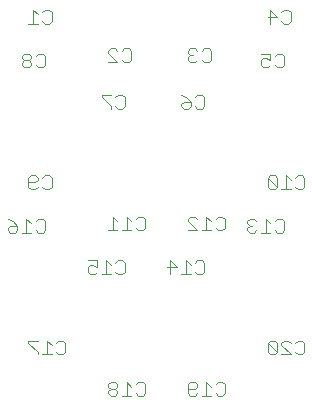
<source format=gbo>
G75*
%MOIN*%
%OFA0B0*%
%FSLAX25Y25*%
%IPPOS*%
%LPD*%
%AMOC8*
5,1,8,0,0,1.08239X$1,22.5*
%
%ADD10C,0.00400*%
D10*
X0080811Y0030185D02*
X0081578Y0029417D01*
X0083113Y0029417D01*
X0083880Y0030185D01*
X0083880Y0030952D01*
X0083113Y0031719D01*
X0081578Y0031719D01*
X0080811Y0030952D01*
X0080811Y0030185D01*
X0081578Y0031719D02*
X0080811Y0032487D01*
X0080811Y0033254D01*
X0081578Y0034021D01*
X0083113Y0034021D01*
X0083880Y0033254D01*
X0083880Y0032487D01*
X0083113Y0031719D01*
X0085415Y0029417D02*
X0088484Y0029417D01*
X0086950Y0029417D02*
X0086950Y0034021D01*
X0088484Y0032487D01*
X0090019Y0033254D02*
X0090786Y0034021D01*
X0092321Y0034021D01*
X0093088Y0033254D01*
X0093088Y0030185D01*
X0092321Y0029417D01*
X0090786Y0029417D01*
X0090019Y0030185D01*
X0107386Y0030185D02*
X0107386Y0033254D01*
X0108153Y0034021D01*
X0109688Y0034021D01*
X0110455Y0033254D01*
X0110455Y0032487D01*
X0109688Y0031719D01*
X0107386Y0031719D01*
X0107386Y0030185D02*
X0108153Y0029417D01*
X0109688Y0029417D01*
X0110455Y0030185D01*
X0111990Y0029417D02*
X0115059Y0029417D01*
X0113524Y0029417D02*
X0113524Y0034021D01*
X0115059Y0032487D01*
X0116594Y0033254D02*
X0117361Y0034021D01*
X0118896Y0034021D01*
X0119663Y0033254D01*
X0119663Y0030185D01*
X0118896Y0029417D01*
X0117361Y0029417D01*
X0116594Y0030185D01*
X0133961Y0043964D02*
X0134728Y0043197D01*
X0136263Y0043197D01*
X0137030Y0043964D01*
X0133961Y0047033D01*
X0133961Y0043964D01*
X0137030Y0043964D02*
X0137030Y0047033D01*
X0136263Y0047801D01*
X0134728Y0047801D01*
X0133961Y0047033D01*
X0138565Y0047033D02*
X0138565Y0046266D01*
X0141634Y0043197D01*
X0138565Y0043197D01*
X0143169Y0043964D02*
X0143936Y0043197D01*
X0145470Y0043197D01*
X0146238Y0043964D01*
X0146238Y0047033D01*
X0145470Y0047801D01*
X0143936Y0047801D01*
X0143169Y0047033D01*
X0141634Y0047033D02*
X0140867Y0047801D01*
X0139332Y0047801D01*
X0138565Y0047033D01*
X0112851Y0070744D02*
X0112084Y0069976D01*
X0110549Y0069976D01*
X0109782Y0070744D01*
X0108247Y0069976D02*
X0105178Y0069976D01*
X0106713Y0069976D02*
X0106713Y0074580D01*
X0108247Y0073046D01*
X0109782Y0073813D02*
X0110549Y0074580D01*
X0112084Y0074580D01*
X0112851Y0073813D01*
X0112851Y0070744D01*
X0103643Y0072278D02*
X0100574Y0072278D01*
X0101341Y0069976D02*
X0101341Y0074580D01*
X0103643Y0072278D01*
X0086276Y0070744D02*
X0085509Y0069976D01*
X0083974Y0069976D01*
X0083207Y0070744D01*
X0081672Y0069976D02*
X0078603Y0069976D01*
X0080138Y0069976D02*
X0080138Y0074580D01*
X0081672Y0073046D01*
X0083207Y0073813D02*
X0083974Y0074580D01*
X0085509Y0074580D01*
X0086276Y0073813D01*
X0086276Y0070744D01*
X0077069Y0070744D02*
X0076301Y0069976D01*
X0074767Y0069976D01*
X0073999Y0070744D01*
X0073999Y0072278D01*
X0074767Y0073046D01*
X0075534Y0073046D01*
X0077069Y0072278D01*
X0077069Y0074580D01*
X0073999Y0074580D01*
X0080795Y0084535D02*
X0083865Y0084535D01*
X0085399Y0084535D02*
X0088469Y0084535D01*
X0086934Y0084535D02*
X0086934Y0089139D01*
X0088469Y0087605D01*
X0090003Y0088372D02*
X0090770Y0089139D01*
X0092305Y0089139D01*
X0093072Y0088372D01*
X0093072Y0085303D01*
X0092305Y0084535D01*
X0090770Y0084535D01*
X0090003Y0085303D01*
X0083865Y0087605D02*
X0082330Y0089139D01*
X0082330Y0084535D01*
X0059702Y0084523D02*
X0058934Y0083756D01*
X0057400Y0083756D01*
X0056632Y0084523D01*
X0055098Y0083756D02*
X0052028Y0083756D01*
X0053563Y0083756D02*
X0053563Y0088360D01*
X0055098Y0086825D01*
X0056632Y0087593D02*
X0057400Y0088360D01*
X0058934Y0088360D01*
X0059702Y0087593D01*
X0059702Y0084523D01*
X0050494Y0084523D02*
X0049726Y0083756D01*
X0048192Y0083756D01*
X0047424Y0084523D01*
X0047424Y0085291D01*
X0048192Y0086058D01*
X0050494Y0086058D01*
X0050494Y0084523D01*
X0050494Y0086058D02*
X0048959Y0087593D01*
X0047424Y0088360D01*
X0055004Y0098315D02*
X0054236Y0099082D01*
X0054236Y0102152D01*
X0055004Y0102919D01*
X0056538Y0102919D01*
X0057306Y0102152D01*
X0057306Y0101384D01*
X0056538Y0100617D01*
X0054236Y0100617D01*
X0055004Y0098315D02*
X0056538Y0098315D01*
X0057306Y0099082D01*
X0058840Y0099082D02*
X0059607Y0098315D01*
X0061142Y0098315D01*
X0061909Y0099082D01*
X0061909Y0102152D01*
X0061142Y0102919D01*
X0059607Y0102919D01*
X0058840Y0102152D01*
X0081672Y0125094D02*
X0081672Y0125862D01*
X0078603Y0128931D01*
X0078603Y0129698D01*
X0081672Y0129698D01*
X0083207Y0128931D02*
X0083974Y0129698D01*
X0085509Y0129698D01*
X0086276Y0128931D01*
X0086276Y0125862D01*
X0085509Y0125094D01*
X0083974Y0125094D01*
X0083207Y0125862D01*
X0105178Y0125862D02*
X0105945Y0125094D01*
X0107480Y0125094D01*
X0108247Y0125862D01*
X0108247Y0127396D01*
X0105945Y0127396D01*
X0105178Y0126629D01*
X0105178Y0125862D01*
X0106713Y0128931D02*
X0108247Y0127396D01*
X0109782Y0125862D02*
X0110549Y0125094D01*
X0112084Y0125094D01*
X0112851Y0125862D01*
X0112851Y0128931D01*
X0112084Y0129698D01*
X0110549Y0129698D01*
X0109782Y0128931D01*
X0106713Y0128931D02*
X0105178Y0129698D01*
X0108153Y0140638D02*
X0107386Y0141405D01*
X0107386Y0142172D01*
X0108153Y0142940D01*
X0108920Y0142940D01*
X0108153Y0142940D02*
X0107386Y0143707D01*
X0107386Y0144474D01*
X0108153Y0145242D01*
X0109688Y0145242D01*
X0110455Y0144474D01*
X0111990Y0144474D02*
X0112757Y0145242D01*
X0114292Y0145242D01*
X0115059Y0144474D01*
X0115059Y0141405D01*
X0114292Y0140638D01*
X0112757Y0140638D01*
X0111990Y0141405D01*
X0110455Y0141405D02*
X0109688Y0140638D01*
X0108153Y0140638D01*
X0088484Y0141405D02*
X0087717Y0140638D01*
X0086182Y0140638D01*
X0085415Y0141405D01*
X0083880Y0140638D02*
X0080811Y0143707D01*
X0080811Y0144474D01*
X0081578Y0145242D01*
X0083113Y0145242D01*
X0083880Y0144474D01*
X0085415Y0144474D02*
X0086182Y0145242D01*
X0087717Y0145242D01*
X0088484Y0144474D01*
X0088484Y0141405D01*
X0083880Y0140638D02*
X0080811Y0140638D01*
X0059702Y0139641D02*
X0058934Y0138874D01*
X0057400Y0138874D01*
X0056632Y0139641D01*
X0055098Y0139641D02*
X0054330Y0138874D01*
X0052796Y0138874D01*
X0052028Y0139641D01*
X0052028Y0140409D01*
X0052796Y0141176D01*
X0054330Y0141176D01*
X0055098Y0141943D01*
X0055098Y0142711D01*
X0054330Y0143478D01*
X0052796Y0143478D01*
X0052028Y0142711D01*
X0052028Y0141943D01*
X0052796Y0141176D01*
X0054330Y0141176D02*
X0055098Y0140409D01*
X0055098Y0139641D01*
X0056632Y0142711D02*
X0057400Y0143478D01*
X0058934Y0143478D01*
X0059702Y0142711D01*
X0059702Y0139641D01*
X0059607Y0153433D02*
X0058840Y0154200D01*
X0059607Y0153433D02*
X0061142Y0153433D01*
X0061909Y0154200D01*
X0061909Y0157270D01*
X0061142Y0158037D01*
X0059607Y0158037D01*
X0058840Y0157270D01*
X0057306Y0156502D02*
X0055771Y0158037D01*
X0055771Y0153433D01*
X0057306Y0153433D02*
X0054236Y0153433D01*
X0131753Y0143478D02*
X0134822Y0143478D01*
X0134822Y0141176D01*
X0133287Y0141943D01*
X0132520Y0141943D01*
X0131753Y0141176D01*
X0131753Y0139641D01*
X0132520Y0138874D01*
X0134055Y0138874D01*
X0134822Y0139641D01*
X0136357Y0139641D02*
X0137124Y0138874D01*
X0138659Y0138874D01*
X0139426Y0139641D01*
X0139426Y0142711D01*
X0138659Y0143478D01*
X0137124Y0143478D01*
X0136357Y0142711D01*
X0134728Y0153433D02*
X0134728Y0158037D01*
X0137030Y0155735D01*
X0133961Y0155735D01*
X0138565Y0154200D02*
X0139332Y0153433D01*
X0140867Y0153433D01*
X0141634Y0154200D01*
X0141634Y0157270D01*
X0140867Y0158037D01*
X0139332Y0158037D01*
X0138565Y0157270D01*
X0140099Y0102919D02*
X0140099Y0098315D01*
X0138565Y0098315D02*
X0141634Y0098315D01*
X0143169Y0099082D02*
X0143936Y0098315D01*
X0145470Y0098315D01*
X0146238Y0099082D01*
X0146238Y0102152D01*
X0145470Y0102919D01*
X0143936Y0102919D01*
X0143169Y0102152D01*
X0141634Y0101384D02*
X0140099Y0102919D01*
X0137030Y0102152D02*
X0136263Y0102919D01*
X0134728Y0102919D01*
X0133961Y0102152D01*
X0137030Y0099082D01*
X0136263Y0098315D01*
X0134728Y0098315D01*
X0133961Y0099082D01*
X0133961Y0102152D01*
X0137030Y0102152D02*
X0137030Y0099082D01*
X0137124Y0088360D02*
X0138659Y0088360D01*
X0139426Y0087593D01*
X0139426Y0084523D01*
X0138659Y0083756D01*
X0137124Y0083756D01*
X0136357Y0084523D01*
X0134822Y0083756D02*
X0131753Y0083756D01*
X0133287Y0083756D02*
X0133287Y0088360D01*
X0134822Y0086825D01*
X0136357Y0087593D02*
X0137124Y0088360D01*
X0130218Y0087593D02*
X0129451Y0088360D01*
X0127916Y0088360D01*
X0127149Y0087593D01*
X0127149Y0086825D01*
X0127916Y0086058D01*
X0127149Y0085291D01*
X0127149Y0084523D01*
X0127916Y0083756D01*
X0129451Y0083756D01*
X0130218Y0084523D01*
X0128684Y0086058D02*
X0127916Y0086058D01*
X0119663Y0085303D02*
X0118896Y0084535D01*
X0117361Y0084535D01*
X0116594Y0085303D01*
X0115059Y0084535D02*
X0111990Y0084535D01*
X0113524Y0084535D02*
X0113524Y0089139D01*
X0115059Y0087605D01*
X0116594Y0088372D02*
X0117361Y0089139D01*
X0118896Y0089139D01*
X0119663Y0088372D01*
X0119663Y0085303D01*
X0110455Y0084535D02*
X0107386Y0087605D01*
X0107386Y0088372D01*
X0108153Y0089139D01*
X0109688Y0089139D01*
X0110455Y0088372D01*
X0110455Y0084535D02*
X0107386Y0084535D01*
X0066513Y0047033D02*
X0066513Y0043964D01*
X0065746Y0043197D01*
X0064211Y0043197D01*
X0063444Y0043964D01*
X0061909Y0043197D02*
X0058840Y0043197D01*
X0057306Y0043197D02*
X0057306Y0043964D01*
X0054236Y0047033D01*
X0054236Y0047801D01*
X0057306Y0047801D01*
X0060375Y0047801D02*
X0060375Y0043197D01*
X0061909Y0046266D02*
X0060375Y0047801D01*
X0063444Y0047033D02*
X0064211Y0047801D01*
X0065746Y0047801D01*
X0066513Y0047033D01*
M02*

</source>
